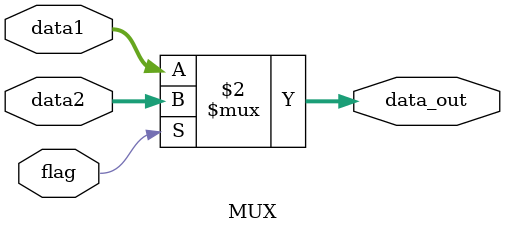
<source format=v>
module MUX
#(parameter N = 32) 
(input [N - 1: 0] data1, data2, input flag, output [N - 1: 0] data_out);

	assign data_out = (flag == 0) ? data1 : data2;

endmodule
</source>
